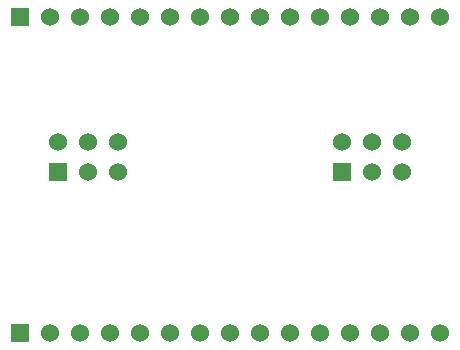
<source format=gbs>
G04 (created by PCBNEW (2013-mar-13)-testing) date Mon 26 Aug 2013 07:22:46 AM PDT*
%MOIN*%
G04 Gerber Fmt 3.4, Leading zero omitted, Abs format*
%FSLAX34Y34*%
G01*
G70*
G90*
G04 APERTURE LIST*
%ADD10C,0.005906*%
%ADD11R,0.060000X0.060000*%
%ADD12C,0.060000*%
G04 APERTURE END LIST*
G54D10*
G54D11*
X20559Y-33425D03*
G54D12*
X21559Y-33425D03*
X22559Y-33425D03*
X23559Y-33425D03*
X24559Y-33425D03*
X25559Y-33425D03*
X26559Y-33425D03*
X27559Y-33425D03*
X28559Y-33425D03*
X29559Y-33425D03*
X30559Y-33425D03*
X31559Y-33425D03*
X32559Y-33425D03*
X33559Y-33425D03*
X34559Y-33425D03*
G54D11*
X20559Y-22893D03*
G54D12*
X21559Y-22893D03*
X22559Y-22893D03*
X23559Y-22893D03*
X24559Y-22893D03*
X25559Y-22893D03*
X26559Y-22893D03*
X27559Y-22893D03*
X28559Y-22893D03*
X29559Y-22893D03*
X30559Y-22893D03*
X31559Y-22893D03*
X32559Y-22893D03*
X33559Y-22893D03*
X34559Y-22893D03*
G54D11*
X21834Y-28059D03*
G54D12*
X21834Y-27059D03*
X22834Y-28059D03*
X22834Y-27059D03*
X23834Y-28059D03*
X23834Y-27059D03*
G54D11*
X31283Y-28059D03*
G54D12*
X31283Y-27059D03*
X32283Y-28059D03*
X32283Y-27059D03*
X33283Y-28059D03*
X33283Y-27059D03*
M02*

</source>
